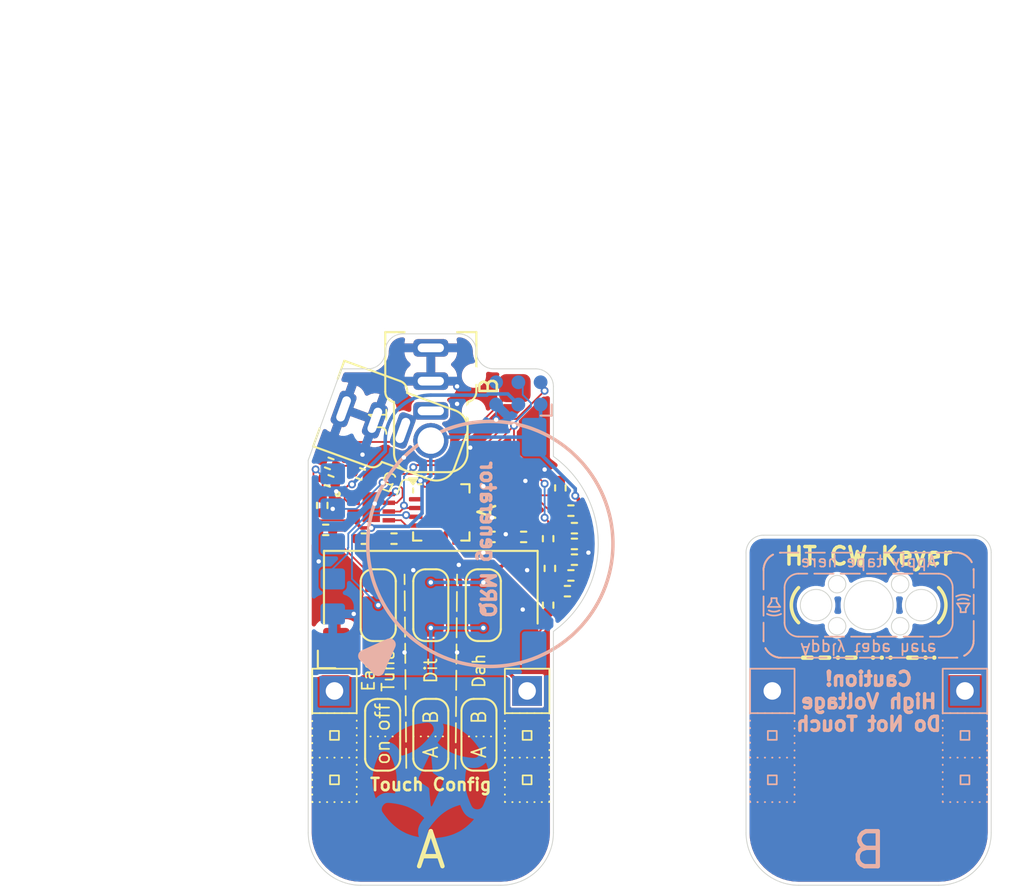
<source format=kicad_pcb>
(kicad_pcb (version 20241229) (generator "pcbnew") (generator_version "9.0")
  (layers (0 "F.Cu" signal) (2 "B.Cu" signal) (13 "F.Paste" user) (15 "B.Paste" user) (5 "F.SilkS" user "F.Silkscreen") (7 "B.SilkS" user "B.Silkscreen") (1 "F.Mask" user) (3 "B.Mask" user) (25 "Edge.Cuts" user))
  (net 0 "")
  (net 1 "Net-(C1-Pad2)")
  (net 2 "GND")
  (net 3 "+3V3")
  (net 4 "Net-(C4-Pad1)")
  (net 5 "Net-(C5-Pad1)")
  (net 7 "Net-(U2-BUTTON0)")
  (net 8 "Net-(JP1-C)")
  (net 9 "Net-(U2-BUTTON1)")
  (net 10 "Net-(U2-DRIVEN_SHIELD)")
  (net 11 "/pad_0")
  (net 12 "Net-(JP2-C)")
  (net 13 "/GND_shield")
  (net 14 "/pad_1")
  (net 15 "Net-(JP3-C)")
  (net 16 "Net-(C1-Pad1)")
  (net 18 "Responce_time")
  (net 19 "Oversampling")
  (net 20 "Sensitivity")
  (net 21 "Tone")
  (net 22 "A_B_Switch")
  (net 23 "Touch_0")
  (net 24 "RST")
  (net 25 "DIO")
  (net 26 "CLK")
  (footprint "footprints:R_0402_1005Metric_Density_C" (layer "F.Cu") (at 157.4 75.8 -90)
    (property "Reference" "R10" (hide yes))
    (property "Value" "1k")
  )
  (footprint "footprints:R_0402_1005Metric_Density_C" (layer "F.Cu") (at 158 80.8)
    (property "Reference" "R13" (hide yes))
    (property "Value" "1k")
  )
  (footprint "footprints:CFS-0102TA" (layer "F.Cu") (at 154.8 73.6 -90)
    (property "Reference" "SW3" (hide yes))
    (property "Value" "SW_SPST")
  )
  (footprint "footprints:R_0402_1005Metric_Density_C" (layer "F.Cu") (at 156.8 80.4 90)
    (property "Reference" "R7" (hide yes))
    (property "Value" "R")
  )
  (footprint "footprints:C_0402_1005Metric_Density_C" (layer "F.Cu") (at 144.2 75.4 -20)
    (property "Reference" "C3" (hide yes))
    (property "Value" "C")
  )
  (footprint "footprints:R_0402_1005Metric_Density_C" (layer "F.Cu") (at 146 75 -20)
    (property "Reference" "R1" (hide yes))
    (property "Value" "R")
  )
  (footprint "footprints:R_0402_1005Metric_Density_C" (layer "F.Cu") (at 158.2 79.9 180)
    (property "Reference" "R14" (hide yes))
    (property "Value" "1k")
  )
  (footprint "Package_DFN_QFN:VQFN-16-1EP_3x3mm_P0.5mm_EP1.1x1.1mm" (layer "F.Cu") (at 150.6 77.2)
    (property "Reference" "U2" (hide yes))
    (property "Value" "MTCH1030")
  )
  (footprint "clipboard:2588e736-943d-40cf-8edd-aa0b07ba181e" (layer "F.Cu") (at 152.45 91.955 -90)
    (property "Reference" "")
    (property "Value" "")
  )
  (footprint "footprints:R_0402_1005Metric_Density_C" (layer "F.Cu") (at 146.2 78.7)
    (property "Reference" "R2" (hide yes))
    (property "Value" "100k")
  )
  (footprint "footprints:C_0402_1005Metric_Density_C" (layer "F.Cu") (at 144.2 74.4 -20)
    (property "Reference" "C1" (hide yes))
    (property "Value" "C")
  )
  (footprint "footprints:C_0402_1005Metric_Density_C" (layer "F.Cu") (at 153.5 78.6 180)
    (property "Reference" "C6" (hide yes))
    (property "Value" "C")
  )
  (footprint "footprints:OWR-061220LA-32" (layer "F.Cu") (at 150 82.5)
    (property "Reference" "LS1" (hide yes))
    (property "Value" "Speaker")
  )
  (footprint "footprints:R_0402_1005Metric_Density_C" (layer "F.Cu") (at 158.2 79 180)
    (property "Reference" "R12" (hide yes))
    (property "Value" "1k")
  )
  (footprint "footprints:Header_spacer" (layer "F.Cu") (at 144.5 87.4)
    (property "Reference" "J3" (hide yes))
    (property "Value" "Conn_01x01_Pin")
  )
  (footprint "footprints:C_0402_1005Metric_Density_C" (layer "F.Cu") (at 156.7 82.5 90)
    (property "Reference" "C5" (hide yes))
    (property "Value" "C")
  )
  (footprint "footprints:Logo" (layer "F.Cu") (at 175 92.5)
    (property "Reference" "REF**" (hide yes))
    (property "Value" "Logo" (hide yes))
  )
  (footprint "footprints:Header_spacer" (layer "F.Cu") (at 155.5 87.4)
    (property "Reference" "J2" (hide yes))
    (property "Value" "Conn_01x01_Pin")
  )
  (footprint "clipboard:2588e736-943d-40cf-8edd-aa0b07ba181e" (layer "F.Cu") (at 146.95 91.955 -90)
    (property "Reference" "")
    (property "Value" "")
  )
  (footprint "footprints:C_0402_1005Metric_Density_C" (layer "F.Cu") (at 157.8 81.7)
    (property "Reference" "C4" (hide yes))
    (property "Value" "C")
  )
  (footprint "footprints:R_0402_1005Metric_Density_C" (layer "F.Cu") (at 158.2 78.1)
    (property "Reference" "R11" (hide yes))
    (property "Value" "1k")
  )
  (footprint "footprints:R_0402_1005Metric_Density_C" (layer "F.Cu") (at 143.8 76.8 90)
    (property "Reference" "R4" (hide yes))
    (property "Value" "R")
  )
  (footprint "clipboard:2588e736-943d-40cf-8edd-aa0b07ba181e" (layer "F.Cu") (at 149.7 91.955 -90)
    (property "Reference" "")
    (property "Value" "")
  )
  (footprint "footprints:R_0402_1005Metric_Density_C" (layer "F.Cu") (at 156.7 78.7 -90)
    (property "Reference" "R6" (hide yes))
    (property "Value" "R")
  )
  (footprint "footprints:R_0402_1005Metric_Density_C" (layer "F.Cu") (at 158 77.1)
    (property "Reference" "R9" (hide yes))
    (property "Value" "1k")
  )
  (footprint "Jumper:SolderJumper-3_P1.3mm_Bridged12_RoundedPad1.0x1.5mm" (layer "F.Cu") (at 150 82.5 -90)
    (property "Reference" "JP1" (hide yes))
    (property "Value" "SolderJumper_3_Bridged12")
  )
  (footprint "footprints:DSG0008A_TEX" (layer "F.Cu") (at 146.6 76.9)
    (property "Reference" "U1" (hide yes))
    (property "Value" "MSPM0C1103SDSGR")
  )
  (footprint "footprints:3.5 mm plug 4 pin" (layer "F.Cu") (at 150 67)
    (property "Reference" "J1")
    (property "Value" "AudioPlug3")
  )
  (footprint "Jumper:SolderJumper-3_P1.3mm_Bridged12_RoundedPad1.0x1.5mm" (layer "F.Cu") (at 153 82.5 90)
    (property "Reference" "JP2" (hide yes))
    (property "Value" "SolderJumper_3_Bridged12")
  )
  (footprint "footprints:R_0402_1005Metric_Density_C" (layer "F.Cu") (at 155.3 78.6 180)
    (property "Reference" "R8" (hide yes))
    (property "Value" "1k")
  )
  (footprint "Jumper:SolderJumper-3_P1.3mm_Bridged12_RoundedPad1.0x1.5mm" (layer "F.Cu") (at 147 82.5 -90)
    (property "Reference" "JP3" (hide yes))
    (property "Value" "SolderJumper_3_Bridged12")
  )
  (footprint "footprints:C_0402_1005Metric_Density_C" (layer "F.Cu") (at 144 78.2 180)
    (property "Reference" "C2" (hide yes))
    (property "Value" "C")
  )
  (footprint "footprints:3.5 mm plug 4 pin" (layer "F.Cu") (at 144.267875 71.013677 70)
    (property "Reference" "J5")
    (property "Value" "AudioPlug3")
  )
  (footprint "footprints:R_0402_1005Metric_Density_C" (layer "F.Cu") (at 147.9 78.7)
    (property "Reference" "R5" (hide yes))
    (property "Value" "100k")
  )
  (footprint "footprints:Header_spacer" (layer "B.Cu") (at 169.5 87.4 180)
    (property "Reference" "J6" (hide yes))
    (property "Value" "Conn_01x01_Pin")
  )
  (footprint "footprints:Speaker_grill" (layer "B.Cu") (at 175 82.5)
    (property "Reference" "REF**" (hide yes))
    (property "Value" "Speaker_grill")
    (fp_circle (center -3 0) (end -2.1 0) (stroke (width 0.05)) (fill no) (layer "Edge.Cuts"))
    (fp_circle (center -1.8 -1.2) (end -1.3 -1.2) (stroke (width 0.05)) (fill no) (layer "Edge.Cuts"))
    (fp_circle (center -1.8 1.2) (end -1.3 1.2) (stroke (width 0.05)) (fill no) (layer "Edge.Cuts"))
    (fp_circle (center 0 0) (end 1.4 0) (stroke (width 0.05)) (fill no) (layer "Edge.Cuts"))
    (fp_circle (center 1.8 -1.2) (end 2.3 -1.2) (stroke (width 0.05)) (fill no) (layer "Edge.Cuts"))
    (fp_circle (center 1.8 1.2) (end 2.3 1.2) (stroke (width 0.05)) (fill no) (layer "Edge.Cuts"))
    (fp_circle (center 3 0) (end 3.9 0) (stroke (width 0.05)) (fill no) (layer "Edge.Cuts"))
  )
  (footprint "Connector:Tag-Connect_TC2030-IDC-NL_2x03_P1.27mm_Vertical" (layer "B.Cu") (at 155 70.4 180)
    (property "Reference" "J4" (hide yes))
    (property "Value" "Conn_ARM_SWD_TagConnect_TC2030-NL")
  )
  (footprint "footprints:Header_spacer" (layer "B.Cu") (at 180.5 87.4 180)
    (property "Reference" "J7" (hide yes))
    (property "Value" "Conn_01x01_Pin")
  )
  (footprint "footprints:Logo" (layer "B.Cu") (at 150 92.5)
    (property "Reference" "REF**" (hide yes))
    (property "Value" "Logo" (hide yes))
  )
  (footprint "footprints:Thumb Pot" (layer "B.Cu") (at 153.4 79 90)
    (property "Reference" "RV1" (hide yes))
    (property "Value" "R_Potentiometer")
  )
  (gr_arc (start 147.4 73.1) (mid 148.161522 71.261522) (end 150 70.5) (stroke (width 0.2)) (layer "B.Cu") (net 24))
  (gr_line (start 175.75 85.5) (end 175.75 85.5) (stroke (width 0.25)) (layer "F.SilkS"))
  (gr_line (start 172.25 85.5) (end 172.75 85.5) (stroke (width 0.25)) (layer "F.SilkS"))
  (gr_arc (start 179 81.5) (mid 179.414214 82.5) (end 179 83.5) (stroke (width 0.2)) (layer "F.SilkS"))
  (gr_arc (start 171 83.5) (mid 170.585786 82.5) (end 171 81.5) (stroke (width 0.2)) (layer "F.SilkS"))
  (gr_line (start 148.25 90) (end 146.25 90) (stroke (width 0.1) (type dot)) (layer "F.SilkS"))
  (gr_line (start 151.414091 91.839975) (end 151.5 80.75) (stroke (width 0.1) (type dash)) (layer "F.SilkS"))
  (gr_line (start 148.6 91.8) (end 148.5 80.75) (stroke (width 0.1) (type dash)) (layer "F.SilkS"))
  (gr_line (start 178.75 85.5) (end 178.75 85.5) (stroke (width 0.25)) (layer "F.SilkS"))
  (gr_line (start 149 90) (end 151 90) (stroke (width 0.1) (type dot)) (layer "F.SilkS"))
  (gr_line (start 171.25 85.5) (end 171.75 85.5) (stroke (width 0.25)) (layer "F.SilkS"))
  (gr_line (start 178.25 85.5) (end 178.25 85.5) (stroke (width 0.25)) (layer "F.SilkS"))
  (gr_line (start 175.25 85.5) (end 175.25 85.5) (stroke (width 0.25)) (layer "F.SilkS"))
  (gr_line (start 176.25 85.5) (end 176.25 85.5) (stroke (width 0.25)) (layer "F.SilkS"))
  (gr_line (start 173.25 85.5) (end 173.25 85.5) (stroke (width 0.25)) (layer "F.SilkS"))
  (gr_line (start 177.25 85.5) (end 177.75 85.5) (stroke (width 0.25)) (layer "F.SilkS"))
  (gr_line (start 151.75 90) (end 153.75 90) (stroke (width 0.1) (type dot)) (layer "F.SilkS"))
  (gr_line (start 173.75 85.5) (end 174.25 85.5) (stroke (width 0.25)) (layer "F.SilkS"))
  (gr_line (start 153.6 69) (end 156 69) (stroke (width 0.05)) (layer "Edge.Cuts"))
  (gr_arc (start 151.6 67) (mid 152.307107 67.292893) (end 152.6 68) (stroke (width 0.05)) (layer "Edge.Cuts"))
  (gr_arc (start 153.6 69) (mid 152.892893 68.707107) (end 152.6 68) (stroke (width 0.05)) (layer "Edge.Cuts"))
  (gr_arc (start 157 74) (mid 159.561169 79) (end 157.000001 84) (stroke (width 0.05)) (layer "Edge.Cuts"))
  (gr_arc (start 182 95.5) (mid 181.12132 97.62132) (end 179 98.5) (stroke (width 0.05)) (layer "Edge.Cuts"))
  (gr_line (start 182 79.5) (end 182 95.5) (stroke (width 0.05)) (layer "Edge.Cuts"))
  (gr_arc (start 171 98.5) (mid 168.87868 97.62132) (end 168 95.5) (stroke (width 0.05)) (layer "Edge.Cuts"))
  (gr_line (start 179 98.5) (end 171 98.5) (stroke (width 0.05)) (layer "Edge.Cuts"))
  (gr_line (start 157.000001 83.999998) (end 157 95.5) (stroke (width 0.05)) (layer "Edge.Cuts"))
  (gr_arc (start 156 69) (mid 156.707107 69.292893) (end 157 70) (stroke (width 0.05)) (layer "Edge.Cuts"))
  (gr_arc (start 147.4 68) (mid 147.692893 67.292893) (end 148.4 67) (stroke (width 0.05)) (layer "Edge.Cuts"))
  (gr_line (start 143 95.5) (end 143 74.22) (stroke (width 0.05)) (layer "Edge.Cuts"))
  (gr_arc (start 147.4 68) (mid 147.107107 68.707107) (end 146.4 69) (stroke (width 0.05)) (layer "Edge.Cuts"))
  (gr_arc (start 181 78.5) (mid 181.707107 78.792893) (end 182 79.5) (stroke (width 0.05)) (layer "Edge.Cuts"))
  (gr_line (start 168 95.5) (end 168 79.5) (stroke (width 0.05)) (layer "Edge.Cuts"))
  (gr_line (start 157 70) (end 157 74) (stroke (width 0.05)) (layer "Edge.Cuts"))
  (gr_arc (start 168 79.5) (mid 168.292893 78.792893) (end 169 78.5) (stroke (width 0.05)) (layer "Edge.Cuts"))
  (gr_line (start 146.4 69) (end 144.9 69) (stroke (width 0.05)) (layer "Edge.Cuts"))
  (gr_line (start 154 98.5) (end 146 98.5) (stroke (width 0.05)) (layer "Edge.Cuts"))
  (gr_line (start 148.4 67) (end 151.6 67) (stroke (width 0.05)) (layer "Edge.Cuts"))
  (gr_arc (start 146 98.5) (mid 143.87868 97.62132) (end 143 95.5) (stroke (width 0.05)) (layer "Edge.Cuts"))
  (gr_line (start 144.9 69) (end 143 74.22) (stroke (width 0.05)) (layer "Edge.Cuts"))
  (gr_line (start 169 78.5) (end 181 78.5) (stroke (width 0.05)) (layer "Edge.Cuts"))
  (gr_arc (start 157 95.5) (mid 156.12132 97.62132) (end 154 98.5) (stroke (width 0.05)) (layer "Edge.Cuts"))
  (gr_text "Gavin" (at 169.5 82.5 270) (layer "F.Cu") (effects (font (size 1.2 1.2) (thickness 0.25) (bold yes))))
  (gr_text "AJ7CW" (at 180.75 82.5 90) (layer "F.Cu") (effects (font (size 1.2 1.2) (thickness 0.25) (bold yes))))
  (gr_text "HT CW Keyer" (at 175 79.7 0) (layer "F.SilkS") (effects (font (size 1 1) (thickness 0.2) (bold yes))))
  (gr_text "B" (at 153.9 70.6 90) (layer "F.SilkS") (effects (font (size 1 1)) (justify left bottom)))
  (gr_text "Touch Config" (at 150 92.75 0) (layer "F.SilkS") (effects (font (size 0.7 0.7) (thickness 0.15) (bold yes))))
  (gr_text "on" (at 147.25 90.9 90) (layer "F.SilkS") (effects (font (size 0.8 0.8) (thickness 0.1))))
  (gr_text "off" (at 147.25 88.9 90) (layer "F.SilkS") (effects (font (size 0.8 0.8) (thickness 0.1))))
  (gr_text "A" (at 150 96.5 0) (layer "F.SilkS") (effects (font (size 2 2) (thickness 0.25))))
  (gr_text "A" (at 150 90.9 90) (layer "F.SilkS") (effects (font (size 0.8 0.8) (thickness 0.1))))
  (gr_text "A" (at 153.8 77.7 90) (layer "F.SilkS") (effects (font (size 1 1)) (justify left bottom)))
  (gr_text "B" (at 150 88.9 90) (layer "F.SilkS") (effects (font (size 0.8 0.8) (thickness 0.1))))
  (gr_text "Dit" (at 150 86.25 90) (layer "F.SilkS") (effects (font (size 0.7 0.7) (thickness 0.1))))
  (gr_text "Easy\nTune" (at 147 86.25 90) (layer "F.SilkS") (effects (font (size 0.7 0.7) (thickness 0.1))))
  (gr_text "Dah" (at 152.75 86.25 90) (layer "F.SilkS") (effects (font (size 0.7 0.7) (thickness 0.1))))
  (gr_text "A" (at 152.75 90.9 90) (layer "F.SilkS") (effects (font (size 0.8 0.8) (thickness 0.1))))
  (gr_text "B" (at 152.75 88.9 90) (layer "F.SilkS") (effects (font (size 0.8 0.8) (thickness 0.1))))
  (gr_text "B" (at 175 96.5 0) (layer "B.SilkS") (effects (font (size 2 2) (thickness 0.25)) (justify mirror)))
  (gr_text "QRM generator" (at 153.25 78.75 270) (layer "B.SilkS") (effects (font (size 0.8 0.8) (thickness 0.2) (bold yes)) (justify mirror)))
  (gr_text "Caution!\nHigh Voltage\nDo Not Touch" (at 175 88 0) (layer "B.SilkS") (effects (font (size 0.8 0.8) (thickness 0.2) (bold yes)) (justify mirror)))
  (segment (start 143.824123 75.263192) (end 143.824123 76.350877) (width 0.1) (layer "F.Cu") (net 1))
  (segment (start 145.282798 74.536808) (end 144.575877 74.536808) (width 0.1) (layer "F.Cu") (net 1))
  (segment (start 145.600631 74.854641) (end 145.282798 74.536808) (width 0.1) (layer "F.Cu") (net 1))
  (segment (start 143.824123 76.350877) (end 143.8 76.375) (width 0.1) (layer "F.Cu") (net 1))
  (segment (start 144.575877 74.536808) (end 143.849493 75.263192) (width 0.1) (layer "F.Cu") (net 1))
  (segment (start 143.849493 75.263192) (end 143.824123 75.263192) (width 0.1) (layer "F.Cu") (net 1))
  (segment (start 157.125 75.375) (end 157.4 75.375) (width 0.1) (layer "F.Cu") (net 2))
  (segment (start 144.575877 75.536808) (end 144.575877 75.975877) (width 0.1) (layer "F.Cu") (net 2))
  (segment (start 154.126187 78.6) (end 154.280187 78.446) (width 0.1) (layer "F.Cu") (net 2))
  (segment (start 145.5967 77.15) (end 146.35 77.15) (width 0.1) (layer "F.Cu") (net 2))
  (segment (start 158.891861 80.166861) (end 158.625 79.9) (width 0.1) (layer "F.Cu") (net 2))
  (segment (start 158.625 79.875) (end 158.625 79.9) (width 0.1) (layer "F.Cu") (net 2))
  (segment (start 158.846 81.10407) (end 158.846 80.545861) (width 0.1) (layer "F.Cu") (net 2))
  (segment (start 153.5 77.5) (end 153.900001 77.1) (width 0.1) (layer "F.Cu") (net 2))
  (segment (start 153.9 78.6) (end 154.126187 78.6) (width 0.1) (layer "F.Cu") (net 2))
  (segment (start 159 79.5) (end 158.625 79.875) (width 0.1) (layer "F.Cu") (net 2))
  (segment (start 146.35 77.15) (end 146.6 76.9) (width 0.1) (layer "F.Cu") (net 2))
  (segment (start 153.900001 77.1) (end 154.8 77.1) (width 0.1) (layer "F.Cu") (net 2))
  (segment (start 158.2 81.7) (end 158.225035 81.725035) (width 0.1) (layer "F.Cu") (net 2))
  (segment (start 158.846 80.545861) (end 158.891861 80.5) (width 0.1) (layer "F.Cu") (net 2))
  (segment (start 158.225035 81.725035) (end 158.846 81.10407) (width 0.1) (layer "F.Cu") (net 2))
  (segment (start 144.575877 75.975877) (end 144.6 76) (width 0.1) (layer "F.Cu") (net 2))
  (segment (start 158.891861 80.5) (end 158.891861 80.166861) (width 0.1) (layer "F.Cu") (net 2))
  (segment (start 156.5 74.75) (end 157.125 75.375) (width 0.1) (layer "F.Cu") (net 2))
  (via (at 152.25 73.5) (size 0.45) (drill 0.25) (layers "F.Cu" "B.Cu") (net 2))
  (via (at 153.73 71.9) (size 0.45) (drill 0.25) (layers "F.Cu" "B.Cu") (net 2))
  (via (at 155.5 80.5) (size 0.45) (drill 0.25) (layers "F.Cu" "B.Cu") (net 2))
  (via (at 146.1 73.9) (size 0.45) (drill 0.25) (layers "F.Cu" "B.Cu") (net 2))
  (via (at 143.6 80) (size 0.45) (drill 0.25) (layers "F.Cu" "B.Cu") (net 2))
  (via (at 153.5 77.5) (size 0.45) (drill 0.25) (layers "F.Cu" "B.Cu") (net 2))
  (via (at 154.280187 78.446) (size 0.45) (drill 0.25) (layers "F.Cu" "B.Cu") (net 2))
  (via (at 156.5 74.75) (size 0.45) (drill 0.25) (layers "F.Cu" "B.Cu") (net 2))
  (via (at 155.4 75.4) (size 0.45) (drill 0.25) (layers "F.Cu" "B.Cu") (net 2))
  (via (at 153 79.5) (size 0.45) (drill 0.25) (layers "F.Cu" "B.Cu") (net 2))
  (via (at 148.46232 74.06232) (size 0.45) (drill 0.25) (layers "F.Cu" "B.Cu") (net 2))
  (via (at 151.5 70) (size 0.45) (drill 0.25) (layers "F.Cu" "B.Cu") (net 2))
  (via (at 159 79.5) (size 0.45) (drill 0.25) (layers "F.Cu" "B.Cu") (net 2))
  (via (at 144.6 76) (size 0.45) (drill 0.25) (layers "F.Cu" "B.Cu") (net 2))
  (via (at 151.5 71) (size 0.45) (drill 0.25) (layers "F.Cu" "B.Cu") (net 2))
  (via (at 146.8 76.7) (size 0.45) (drill 0.25) (layers "F.Cu" "B.Cu") (net 2))
  (via (at 145.6 83) (size 0.45) (drill 0.25) (layers "F.Cu" "B.Cu") (net 2))
  (via (at 153 75.7) (size 0.45) (drill 0.25) (layers "F.Cu" "B.Cu") (net 2))
  (segment (start 153.73 71.9) (end 153.73 71.035) (width 0.1) (layer "B.Cu") (net 2))
  (segment (start 150.85 78.275001) (end 151.175001 77.95) (width 0.1) (layer "F.Cu") (net 3))
  (segment (start 146.032601 78.085902) (end 145.5967 77.650001) (width 0.2) (layer "F.Cu") (net 3))
  (segment (start 152.55 77.95) (end 153.2 78.6) (width 0.1) (layer "F.Cu") (net 3))
  (segment (start 149.85 75.7375) (end 149.85 77.872) (width 0.1) (layer "F.Cu") (net 3))
  (segment (start 149.928 77.95) (end 151.175001 77.95) (width 0.1) (layer "F.Cu") (net 3))
  (segment (start 158.425 80.8) (end 158.204 80.579) (width 0.1) (layer "F.Cu") (net 3))
  (segment (start 144.4 78.6) (end 144.4 78.2) (width 0.1) (layer "F.Cu") (net 3))
  (segment (start 143.3 77.40014) (end 143.3 76.5) (width 0.1) (layer "F.Cu") (net 3))
  (segment (start 158.425 77.1) (end 158.425 76.425) (width 0.2) (layer "F.Cu") (net 3))
  (segment (start 158.425 77.9) (end 158.625 78.1) (width 0.2) (layer "F.Cu") (net 3))
  (segment (start 158.204 78.521) (end 158.625 78.1) (width 0.1) (layer "F.Cu") (net 3))
  (segment (start 149.85 77.872) (end 149.928 77.95) (width 0.1) (layer "F.Cu") (net 3))
  (segment (start 143.3 74.868719) (end 143.425 74.743719) (width 0.1) (layer "F.Cu") (net 3))
  (segment (start 145.046701 78.2) (end 145.5967 77.650001) (width 0.2) (layer "F.Cu") (net 3))
  (segment (start 144.4 78.2) (end 145.046701 78.2) (width 0.2) (layer "F.Cu") (net 3))
  (segment (start 149.6375 75.7375) (end 149.85 75.7375) (width 0.1) (layer "F.Cu") (net 3))
  (segment (start 146.6 78.085902) (end 146.032601 78.085902) (width 0.2) (layer "F.Cu") (net 3))
  (segment (start 158.425 77.1) (end 158.425 77.9) (width 0.2) (layer "F.Cu") (net 3))
  (segment (start 143.3 76.5) (end 143.3 74.868719) (width 0.1) (layer "F.Cu") (net 3))
  (segment (start 145.5967 77.650001) (end 143.549861 77.650001) (width 0.1) (layer "F.Cu") (net 3))
  (segment (start 143.549861 77.650001) (end 143.3 77.40014) (width 0.1) (layer "F.Cu") (net 3))
  (segment (start 151.175001 77.95) (end 152.0625 77.95) (width 0.1) (layer "F.Cu") (net 3))
  (segment (start 158.204 80.579) (end 158.204 78.521) (width 0.1) (layer "F.Cu") (net 3))
  (segment (start 150.85 78.6625) (end 150.85 78.275001) (width 0.1) (layer "F.Cu") (net 3))
  (segment (start 149.4 75.385) (end 149.4 75.5) (width 0.1) (layer "F.Cu") (net 3))
  (segment (start 147 81.2) (end 144.4 78.6) (width 0.1) (layer "F.Cu") (net 3))
  (segment (start 158.425 76.425) (end 158.25 76.25) (width 0.2) (layer "F.Cu") (net 3))
  (segment (start 152.0625 77.95) (end 152.55 77.95) (width 0.1) (layer "F.Cu") (net 3))
  (segment (start 149.4 75.5) (end 149.6375 75.7375) (width 0.1) (layer "F.Cu") (net 3))
  (via (at 143.425 74.743719) (size 0.45) (drill 0.25) (layers "F.Cu" "B.Cu") (net 3))
  (via (at 158.25 76.25) (size 0.45) (drill 0.25) (layers "F.Cu" "B.Cu") (net 3))
  (via (at 149.4 75.385) (size 0.45) (drill 0.25) (layers "F.Cu" "B.Cu") (net 3))
  (via (at 146.6 78.085902) (size 0.45) (drill 0.25) (layers "F.Cu" "B.Cu") (net 3))
  (segment (start 149.4 75.385) (end 149.5 75.485) (width 0.2) (layer "B.Cu") (net 3))
  (segment (start 150 75.1) (end 149.715 75.385) (width 0.2) (layer "B.Cu") (net 3))
  (segment (start 143.425 74.743719) (end 143.681281 75) (width 0.1) (layer "B.Cu") (net 3))
  (segment (start 150.1 72.9) (end 150 73) (width 0.2) (layer "B.Cu") (net 3))
  (segment (start 149.5 75.485) (end 149.5 77.25) (width 0.2) (layer "B.Cu") (net 3))
  (segment (start 156.27 71.035) (end 156.27 72.53) (width 0.2) (layer "B.Cu") (net 3))
  (segment (start 149.5 77.25) (end 148.75 78) (width 0.2) (layer "B.Cu") (net 3))
  (segment (start 155.9 73.491976) (end 155.9 72.9) (width 0.1) (layer "B.Cu") (net 3))
  (segment (start 146.685902 78) (end 146.6 78.085902) (width 0.2) (layer "B.Cu") (net 3))
  (segment (start 158.25 75.841976) (end 155.9 73.491976) (width 0.2) (layer "B.Cu") (net 3))
  (segment (start 155.9 72.9) (end 150.1 72.9) (width 0.2) (layer "B.Cu") (net 3))
  (segment (start 150 73) (end 150 75.1) (width 0.2) (layer "B.Cu") (net 3))
  (segment (start 156.27 72.53) (end 155.9 72.9) (width 0.1) (layer "B.Cu") (net 3))
  (segment (start 158.25 76.25) (end 158.25 75.841976) (width 0.2) (layer "B.Cu") (net 3))
  (segment (start 143.681281 75) (end 144.4 75) (width 0.1) (layer "B.Cu") (net 3))
  (segment (start 148.75 78) (end 146.685902 78) (width 0.2) (layer "B.Cu") (net 3))
  (segment (start 149.715 75.385) (end 149.4 75.385) (width 0.2) (layer "B.Cu") (net 3))
  (segment (start 157.4 81.7) (end 157.3 81.7) (width 0.1) (layer "F.Cu") (net 4))
  (segment (start 156.7 82.1) (end 157 82.1) (width 0.1) (layer "F.Cu") (net 4))
  (segment (start 157.3 80.325) (end 156.8 80.825) (width 0.1) (layer "F.Cu") (net 4))
  (segment (start 156.7 79.125) (end 157.3 79.725) (width 0.1) (layer "F.Cu") (net 4))
  (segment (start 157 82.1) (end 157.4 81.7) (width 0.1) (layer "F.Cu") (net 4))
  (segment (start 157.3 79.725) (end 157.3 80.325) (width 0.1) (layer "F.Cu") (net 4))
  (segment (start 156.8 81.2) (end 156.8 80.825) (width 0.1) (layer "F.Cu") (net 4))
  (segment (start 157.3 81.7) (end 156.8 81.2) (width 0.1) (layer "F.Cu") (net 4))
  (segment (start 156.7 82.9) (end 156.7 83.5) (width 0.1) (layer "F.Cu") (net 5))
  (segment (start 156.7 83.5) (end 155.4 84.8) (width 0.1) (layer "F.Cu") (net 5))
  (segment (start 149.85 78.6625) (end 149.4665 78.279) (width 0.1) (layer "F.Cu") (net 7))
  (segment (start 149.4665 78.279) (end 147.021 78.279) (width 0.1) (layer "F.Cu") (net 7))
  (segment (start 147.021 78.279) (end 146.625 78.675) (width 0.1) (layer "F.Cu") (net 7))
  (segment (start 146.625 78.675) (end 146.625 78.7) (width 0.1) (layer "F.Cu") (net 7))
  (segment (start 149.1 82.5) (end 150 82.5) (width 0.2) (layer "F.Cu") (net 8))
  (segment (start 147.193758 79.593758) (end 148.5 80.9) (width 0.2) (layer "F.Cu") (net 8))
  (segment (start 148.5 80.9) (end 148.5 81.9) (width 0.2) (layer "F.Cu") (net 8))
  (segment (start 146.293758 79.593758) (end 147.193758 79.593758) (width 0.2) (layer "F.Cu") (net 8))
  (segment (start 148.5 81.9) (end 149.1 82.5) (width 0.2) (layer "F.Cu") (net 8))
  (segment (start 145.775 79.075) (end 146.293758 79.593758) (width 0.2) (layer "F.Cu") (net 8))
  (segment (start 145.775 78.7) (end 145.775 79.075) (width 0.2) (layer "F.Cu") (net 8))
  (segment (start 150.35 78.867808) (end 150.006808 79.211) (width 0.1) (layer "F.Cu") (net 9))
  (segment (start 148.536 79.211) (end 148.325 79) (width 0.1) (layer "F.Cu") (net 9))
  (segment (start 150.006808 79.211) (end 148.536 79.211) (width 0.1) (layer "F.Cu") (net 9))
  (segment (start 148.325 79) (end 148.325 78.7) (width 0.1) (layer "F.Cu") (net 9))
  (segment (start 150.35 78.6625) (end 150.35 78.867808) (width 0.1) (layer "F.Cu") (net 9))
  (segment (start 151.7185 79.031) (end 151.35 78.6625) (width 0.1) (layer "F.Cu") (net 10))
  (segment (start 154.444 79.031) (end 151.7185 79.031) (width 0.1) (layer "F.Cu") (net 10))
  (segment (start 154.875 78.6) (end 154.444 79.031) (width 0.1) (layer "F.Cu") (net 10))
  (segment (start 153 81.2) (end 153.7 81.2) (width 0.2) (layer "F.Cu") (net 11))
  (segment (start 155.5 87.5) (end 155.5 88) (width 0.2) (layer "F.Cu") (net 11))
  (segment (start 154.25 81.75) (end 154.25 86.15) (width 0.2) (layer "F.Cu") (net 11))
  (segment (start 153.7 81.2) (end 154.25 81.75) (width 0.2) (layer "F.Cu") (net 11))
  (segment (start 154.25 86.15) (end 155.5 87.4) (width 0.2) (layer "F.Cu") (net 11))
  (via (at 150 81.2) (size 0.45) (drill 0.25) (layers "F.Cu" "B.Cu") (net 11))
  (via (at 153 81.2) (size 0.45) (drill 0.25) (layers "F.Cu" "B.Cu") (net 11))
  (segment (start 150 81.2) (end 153 81.2) (width 0.2) (layer "B.Cu") (net 11))
  (segment (start 152 82.5) (end 153 82.5) (width 0.2) (layer "F.Cu") (net 12))
  (segment (start 151.7 81.1) (end 151.7 82.2) (width 0.2) (layer "F.Cu") (net 12))
  (segment (start 150.5 79.9) (end 151.7 81.1) (width 0.2) (layer "F.Cu") (net 12))
  (segment (start 147.475 78.7) (end 147.475 79) (width 0.2) (layer "F.Cu") (net 12))
  (segment (start 151.7 82.2) (end 152 82.5) (width 0.2) (layer "F.Cu") (net 12))
  (segment (start 147.475 79) (end 148.375 79.9) (width 0.2) (layer "F.Cu") (net 12))
  (segment (start 148.375 79.9) (end 150.5 79.9) (width 0.2) (layer "F.Cu") (net 12))
  (segment (start 155.725 78.6) (end 154.025 80.3) (width 0.2) (layer "F.Cu") (net 13))
  (segment (start 154.025 80.3) (end 151.7 80.3) (width 0.2) (layer "F.Cu") (net 13))
  (segment (start 151.7 80.3) (end 151.6 80.2) (width 0.2) (layer "F.Cu") (net 13))
  (via (at 151.5 85.2) (size 0.45) (drill 0.25) (layers "F.Cu" "B.Cu") (net 13))
  (via (at 155.25 82.75) (size 0.45) (drill 0.25) (layers "F.Cu" "B.Cu") (net 13))
  (via (at 149 80.5) (size 0.45) (drill 0.25) (layers "F.Cu" "B.Cu") (net 13))
  (via (at 148.5 85.2) (size 0.45) (drill 0.25) (layers "F.Cu" "B.Cu") (net 13))
  (via (at 151.6 80.2) (size 0.45) (drill 0.25) (layers "F.Cu" "B.Cu") (net 13))
  (via (at 150 83.8) (size 0.45) (drill 0.25) (layers "F.Cu" "B.Cu") (net 14))
  (via (at 153 83.8) (size 0.45) (drill 0.25) (layers "F.Cu" "B.Cu") (net 14))
  (segment (start 150 83.8) (end 153 83.8) (width 0.2) (layer "B.Cu") (net 14))
  (segment (start 150 83.8) (end 150 87.1) (width 0.2) (layer "B.Cu") (net 14))
  (segment (start 149.1375 77.45) (end 148.688031 77.45) (width 0.1) (layer "F.Cu") (net 15))
  (segment (start 148.688031 77.45) (end 148.591252 77.353221) (width 0.1) (layer "F.Cu") (net 15))
  (via (at 148.591252 77.353221) (size 0.45) (drill 0.25) (layers "F.Cu" "B.Cu") (net 15))
  (via (at 147 82.5) (size 0.45) (drill 0.25) (layers "F.Cu" "B.Cu") (net 15))
  (segment (start 148.591252 77.353221) (end 146.645179 77.353221) (width 0.1) (layer "B.Cu") (net 15))
  (segment (start 145.5 81) (end 147 82.5) (width 0.1) (layer "B.Cu") (net 15))
  (segment (start 146.645179 77.353221) (end 145.5 78.4984) (width 0.1) (layer "B.Cu") (net 15))
  (segment (start 145.5 78.4984) (end 145.5 81) (width 0.1) (layer "B.Cu") (net 15))
  (segment (start 147.773146 73.176114) (end 144.911201 73.176114) (width 0.1) (layer "F.Cu") (net 16))
  (segment (start 148.496492 72.452768) (end 147.773146 73.176114) (width 0.1) (layer "F.Cu") (net 16))
  (segment (start 144.911201 73.176114) (end 143.824123 74.263192) (width 0.1) (layer "F.Cu") (net 16))
  (segment (start 153.354113 76.45) (end 152.0625 76.45) (width 0.1) (layer "F.Cu") (net 18))
  (segment (start 153.876113 75.928) (end 153.354113 76.45) (width 0.1) (layer "F.Cu") (net 18))
  (segment (start 157.4 76.925) (end 157.575 77.1) (width 0.1) (layer "F.Cu") (net 18))
  (segment (start 157.4 76.225) (end 156.325 76.225) (width 0.1) (layer "F.Cu") (net 18))
  (segment (start 156.028 75.928) (end 153.876113 75.928) (width 0.1) (layer "F.Cu") (net 18))
  (segment (start 156.325 76.225) (end 156.028 75.928) (width 0.1) (layer "F.Cu") (net 18))
  (segment (start 157.4 76.225) (end 157.4 76.925) (width 0.1) (layer "F.Cu") (net 18))
  (segment (start 155.814 76.139) (end 157.775 78.1) (width 0.1) (layer "F.Cu") (net 19))
  (segment (start 152.0625 76.95) (end 153.256626 76.95) (width 0.1) (layer "F.Cu") (net 19))
  (segment (start 157.775 79) (end 157.775 78.3) (width 0.1) (layer "F.Cu") (net 19))
  (segment (start 153.256626 76.95) (end 154.067626 76.139) (width 0.1) (layer "F.Cu") (net 19))
  (segment (start 154.067626 76.139) (end 155.814 76.139) (width 0.1) (layer "F.Cu") (net 19))
  (segment (start 157.775 79.9) (end 157.775 79.875) (width 0.1) (layer "F.Cu") (net 20))
  (segment (start 157.575 80.1) (end 157.775 79.9) (width 0.1) (layer "F.Cu") (net 20))
  (segment (start 157.131 79.231) (end 157.131 78.831) (width 0.1) (layer "F.Cu") (net 20))
  (segment (start 156.4 78.7) (end 156.146 78.446) (width 0.1) (layer "F.Cu") (net 20))
  (segment (start 157.775 79.875) (end 157.131 79.231) (width 0.1) (layer "F.Cu") (net 20))
  (segment (start 157 78.7) (end 156.4 78.7) (width 0.1) (layer "F.Cu") (net 20))
  (segment (start 156.146 78.446) (end 156.146 78.34586) (width 0.1) (layer "F.Cu") (net 20))
  (segment (start 155.86114 78.061) (end 153.161 78.061) (width 0.1) (layer "F.Cu") (net 20))
  (segment (start 156.146 78.34586) (end 155.86114 78.061) (width 0.1) (layer "F.Cu") (net 20))
  (segment (start 157.575 80.8) (end 157.575 80.1) (width 0.1) (layer "F.Cu") (net 20))
  (segment (start 153.161 78.061) (end 152.55 77.45) (width 0.1) (layer "F.Cu") (net 20))
  (segment (start 157.131 78.831) (end 157 78.7) (width 0.1) (layer "F.Cu") (net 20))
  (segment (start 152.55 77.45) (end 152.0625 77.45) (width 0.1) (layer "F.Cu") (net 20))
  (segment (start 147.703301 76.25) (end 147.6033 76.149999) (width 0.1) (layer "F.Cu") (net 21))
  (segment (start 148 76) (end 147.75 76.25) (width 0.1) (layer "F.Cu") (net 21))
  (segment (start 147.75 76.25) (end 147.703301 76.25) (width 0.1) (layer "F.Cu") (net 21))
  (via (at 148 76) (size 0.45) (drill 0.25) (layers "F.Cu" "B.Cu") (net 21))
  (segment (start 145.261 79.562048) (end 144.4 80.423048) (width 0.1) (layer "B.Cu") (net 21))
  (segment (start 146.557779 77.142221) (end 145.289 78.411001) (width 0.1) (layer "B.Cu") (net 21))
  (segment (start 147.5 76.7) (end 147.057779 77.142221) (width 0.1) (layer "B.Cu") (net 21))
  (segment (start 145.289 79.211) (end 145.261 79.239) (width 0.1) (layer "B.Cu") (net 21))
  (segment (start 148 76) (end 147.5 76.5) (width 0.1) (layer "B.Cu") (net 21))
  (segment (start 147.057779 77.142221) (end 146.557779 77.142221) (width 0.1) (layer "B.Cu") (net 21))
  (segment (start 145.289 78.411001) (end 145.289 79.211) (width 0.1) (layer "B.Cu") (net 21))
  (segment (start 144.4 80.423048) (end 144.4 81) (width 0.1) (layer "B.Cu") (net 21))
  (segment (start 147.5 76.5) (end 147.5 76.7) (width 0.1) (layer "B.Cu") (net 21))
  (segment (start 145.261 79.239) (end 145.261 79.562048) (width 0.1) (layer "B.Cu") (net 21))
  (segment (start 148.840113 74.229) (end 149.487098 74.229) (width 0.1) (layer "F.Cu") (net 22))
  (segment (start 149.519098 74.261) (end 150.670428 74.261) (width 0.1) (layer "F.Cu") (net 22))
  (segment (start 145.5967 76.149999) (end 145.996699 75.75) (width 0.1) (layer "F.Cu") (net 22))
  (segment (start 147.618113 74.586) (end 148.483113 74.586) (width 0.1) (layer "F.Cu") (net 22))
  (segment (start 149.487098 74.229) (end 149.519098 74.261) (width 0.1) (layer "F.Cu") (net 22))
  (segment (start 150.670428 74.261) (end 154.8 70.131428) (width 0.1) (layer "F.Cu") (net 22))
  (segment (start 148.483113 74.586) (end 148.840113 74.229) (width 0.1) (layer "F.Cu") (net 22))
  (segment (start 154.8 70.131428) (end 154.8 70.1) (width 0.1) (layer "F.Cu") (net 22))
  (segment (start 145.996699 75.75) (end 146.454113 75.75) (width 0.1) (layer "F.Cu") (net 22))
  (segment (start 146.454113 75.75) (end 147.618113 74.586) (width 0.1) (layer "F.Cu") (net 22))
  (segment (start 147.6033 77.650001) (end 148.300001 77.650001) (width 0.1) (layer "F.Cu") (net 23))
  (segment (start 148.300001 77.650001) (end 148.6 77.95) (width 0.1) (layer "F.Cu") (net 23))
  (segment (start 148.6 77.95) (end 149.1375 77.95) (width 0.1) (layer "F.Cu") (net 23))
  (segment (start 145.5967 76.65) (end 145.292101 76.65) (width 0.1) (layer "F.Cu") (net 24))
  (segment (start 145.0801 75.861999) (end 145.342099 75.6) (width 0.1) (layer "F.Cu") (net 24))
  (segment (start 145.0801 76.437999) (end 145.0801 75.861999) (width 0.1) (layer "F.Cu") (net 24))
  (segment (start 145.292101 76.65) (end 145.0801 76.437999) (width 0.1) (layer "F.Cu") (net 24))
  (segment (start 145.342099 75.6) (end 145.5 75.6) (width 0.1) (layer "F.Cu") (net 24))
  (via (at 145.5 75.6) (size 0.45) (drill 0.25) (layers "F.Cu" "B.Cu") (net 24))
  (segment (start 153.2697 70.4303) (end 154.3953 70.4303) (width 0.2) (layer "B.Cu") (net 24))
  (segment (start 150 70.5) (end 153.2 70.5) (width 0.2) (layer "B.Cu") (net 24))
  (segment (start 147.4 73.7) (end 147.4 73.1) (width 0.2) (layer "B.Cu") (net 24))
  (segment (start 145.5 75.6) (end 147.4 73.7) (width 0.2) (layer "B.Cu") (net 24))
  (segment (start 154.3953 70.4303) (end 155 71.035) (width 0.2) (layer "B.Cu") (net 24))
  (segment (start 153.2 70.5) (end 153.2697 70.4303) (width 0.2) (layer "B.Cu") (net 24))
  (segment (start 151.954113 74.5) (end 149.115 74.5) (width 0.1) (layer "F.Cu") (net 25))
  (segment (start 148.25 77.15) (end 147.6033 77.15) (width 0.1) (layer "F.Cu") (net 25))
  (segment (start 148.45 76.95) (end 148.25 77.15) (width 0.1) (layer "F.Cu") (net 25))
  (segment (start 149.1375 76.95) (end 148.45 76.95) (width 0.1) (layer "F.Cu") (net 25))
  (segment (start 154.590113 71.864) (end 151.954113 74.5) (width 0.1) (layer "F.Cu") (net 25))
  (segment (start 149.115 74.5) (end 149 74.615) (width 0.1) (layer "F.Cu") (net 25))
  (segment (start 154.886 71.864) (end 154.590113 71.864) (width 0.1) (layer "F.Cu") (net 25))
  (segment (start 156.5 70.25) (end 154.886 71.864) (width 0.1) (layer "F.Cu") (net 25))
  (via (at 148.467645 76.80703) (size 0.45) (drill 0.25) (layers "F.Cu" "B.Cu") (net 25))
  (via (at 156.5 70.25) (size 0.45) (drill 0.25) (layers "F.Cu" "B.Cu") (net 25))
  (via (at 149 74.615) (size 0.45) (drill 0.25) (layers "F.Cu" "B.Cu") (net 25))
  (segment (start 149 74.615) (end 148.467645 75.147355) (width 0.1) (layer "B.Cu") (net 25))
  (segment (start 156.27 69.765) (end 156.27 70.02) (width 0.1) (layer "B.Cu") (net 25))
  (segment (start 156.27 70.02) (end 156.5 70.25) (width 0.1) (layer "B.Cu") (net 25))
  (segment (start 148.467645 75.147355) (end 148.467645 76.80703) (width 0.1) (layer "B.Cu") (net 25))
  (segment (start 156.5 75.560003) (end 154.75 73.810003) (width 0.1) (layer "F.Cu") (net 26))
  (segment (start 148.386 76.3229) (end 148.0589 76.65) (width 0.1) (layer "F.Cu") (net 26))
  (segment (start 143.8 77.225) (end 144.175 77.225) (width 0.1) (layer "F.Cu") (net 26))
  (segment (start 148.045887 75.5) (end 148.386 75.840113) (width 0.1) (layer "F.Cu") (net 26))
  (segment (start 148.386 75.840113) (end 148.386 76.3229) (width 0.1) (layer "F.Cu") (net 26))
  (segment (start 147.25 75.5) (end 148.045887 75.5) (width 0.1) (layer "F.Cu") (net 26))
  (segment (start 148.0589 76.65) (end 147.6033 76.65) (width 0.1) (layer "F.Cu") (net 26))
  (segment (start 147.75 75) (end 147.25 75.5) (width 0.1) (layer "F.Cu") (net 26))
  (segment (start 156.7 77.7) (end 156.5 77.5) (width 0.1) (layer "F.Cu") (net 26))
  (segment (start 156.7 78.275) (end 156.7 77.7) (width 0.1) (layer "F.Cu") (net 26))
  (segment (start 154.75 72.25) (end 152 75) (width 0.1) (layer "F.Cu") (net 26))
  (segment (start 144.175 77.225) (end 144.4 77) (width 0.1) (layer "F.Cu") (net 26))
  (segment (start 152 75) (end 147.75 75) (width 0.1) (layer "F.Cu") (net 26))
  (segment (start 154.75 73.810003) (end 154.75 72.25) (width 0.1) (layer "F.Cu") (net 26))
  (via (at 147.25 75.5) (size 0.45) (drill 0.25) (layers "F.Cu" "B.Cu") (net 26))
  (via (at 156.5 75.560003) (size 0.45) (drill 0.25) (layers "F.Cu" "B.Cu") (net 26))
  (via (at 144.4 77) (size 0.45) (drill 0.25) (layers "F.Cu" "B.Cu") (net 26))
  (via (at 156.5 77.5) (size 0.45) (drill 0.25) (layers "F.Cu" "B.Cu") (net 26))
  (via (at 154.75 72.25) (size 0.45) (drill 0.25) (layers "F.Cu" "B.Cu") (net 26))
  (segment (start 156.5 77.5) (end 156.5 75.560003) (width 0.1) (layer "B.Cu") (net 26))
  (segment (start 155.25 70.015) (end 155 69.765) (width 0.1) (layer "B.Cu") (net 26))
  (segment (start 155.25 70.4803) (end 155.25 70.015) (width 0.1) (layer "B.Cu") (net 26))
  (segment (start 145.75 77) (end 147.25 75.5) (width 0.1) (layer "B.Cu") (net 26))
  (segment (start 144.4 77) (end 145.75 77) (width 0.1) (layer "B.Cu") (net 26))
  (segment (start 155.7153 71.154676) (end 155.7153 70.9456) (width 0.1) (layer "B.Cu") (net 26))
  (segment (start 154.75 72.25) (end 154.75 72.119976) (width 0.1) (layer "B.Cu") (net 26))
  (segment (start 154.75 72.119976) (end 155.7153 71.154676) (width 0.1) (layer "B.Cu") (net 26))
  (segment (start 155.7153 70.9456) (end 155.25 70.4803) (width 0.1) (layer "B.Cu") (net 26))
  (zone (net 11) (net_name "/pad_0") (layer "F.Cu") (connect_pads yes (clearance 0.5)) (min_thickness 0.25) (fill yes (thermal_gap 0.5) (thermal_bridge_width 0.5) (island_removal_mode 1) (island_area_min 10))
    (polygon (pts (xy 168 86.5) (xy 182 86.5) (xy 182 98.5) (xy 168 98.5)))
  )
  (zone (net 13) (net_name "/GND_shield") (layer "F.Cu") (connect_pads yes (clearance 0)) (min_thickness 0.25) (fill yes (thermal_gap 0.5) (thermal_bridge_width 0.5) (island_removal_mode 1) (island_area_min 10))
    (polygon (pts (xy 143 86.5) (xy 157 86.5) (xy 157 98.5) (xy 143 98.5)))
  )
  (zone (net 2) (net_name "GND") (layers "F.Cu" "B.Cu") (priority 1) (connect_pads (clearance 0)) (min_thickness 0.25) (fill yes (thermal_gap 0.5) (thermal_bridge_width 0.5))
    (polygon (pts (xy 143 86.5) (xy 143 67) (xy 160 67) (xy 160 86.5)))
  )
  (zone (net 13) (net_name "/GND_shield") (layers "F.Cu" "B.Cu") (priority 1) (connect_pads (clearance 0)) (min_thickness 0.25) (fill yes (thermal_gap 0.5) (thermal_bridge_width 0.5))
    (polygon (pts (xy 157 86.5) (xy 157 83.3) (xy 153.6 79.9) (xy 151.856521 79.9) (xy 150.6 78.2) (xy 145.4 78.2) (xy 145.4 79.3) (xy 146.1 80) (xy 146.1 86.5)))
  )
  (zone (net 14) (net_name "/pad_1") (layer "B.Cu") (connect_pads yes (clearance 0)) (min_thickness 0.25) (fill yes (thermal_gap 0.5) (thermal_bridge_width 0.5) (island_removal_mode 1) (island_area_min 10))
    (polygon (pts (xy 143 86.5) (xy 157 86.5) (xy 157 98.5) (xy 143 98.5)))
  )
  (zone (net 13) (net_name "/GND_shield") (layer "B.Cu") (connect_pads yes (clearance 0)) (min_thickness 0.25) (fill yes (thermal_gap 0.5) (thermal_bridge_width 0.5) (island_removal_mode 1) (island_area_min 10))
    (polygon (pts (xy 168 78.5) (xy 182 78.5) (xy 182 98.5) (xy 168 98.5)))
  )
)
</source>
